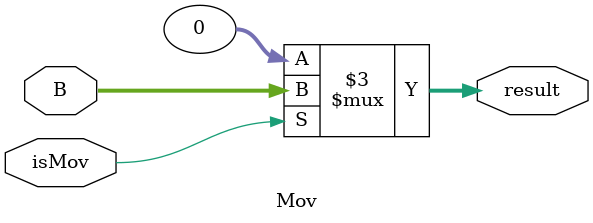
<source format=v>
module ALU (
    input [31:0] A,
    input [31:0] B,
    input [21:0] control_signals,

    output reg signed [31:0] aluResult,
    output wire [3:0] flags // Changed to wire
);

// Internal wires for results of each module
wire [31:0] adder_result, multiplier_result, divider_result, shift_result, logical_result, mov_result;

wire isSt = control_signals[0];
wire isLd = control_signals[1];
wire isAdd = control_signals[9];
wire isSub = control_signals[10];
wire isCmp = control_signals[11];
wire isMul = control_signals[12];
wire isDiv = control_signals[13];
wire isMod = control_signals[14];
wire isLsl = control_signals[15];
wire isLsr = control_signals[16];
wire isAsr = control_signals[17];
wire isOr = control_signals[18];
wire isNot = control_signals[20];
wire isAnd = control_signals[19];
wire isMov = control_signals[21];

// Instantiate the Adder module

Adder adder (
    .A(A),
    .B(B),
    .isSt(isSt),
    .isLd(isLd),
    .isAdd(isAdd),
    .isSub(isSub),
    .isCmp(isCmp),
    .result(adder_result),
    .flags(flags) // Connect to flags
);

// Instantiate the Multiplier module
Multiplier multiplier (
    .A(A),
    .B(B),
    .isMul(isMul),
    .result(multiplier_result)
);

// Instantiate the Divider module
Divider divider (
    .A(A),
    .B(B),
    .isDiv(isDiv),
    .isMod(isMod),
    .result(divider_result)
);

// Instantiate the Shift unit module
ShiftUnit shift_unit (
    .A(A),
    .B(B),
    .isLsl(isLsl),
    .isLsr(isLsr),
    .isAsr(isAsr),
    .result(shift_result)
);

// Instantiate the Logical unit module
LogicalUnit logical_unit (
    .A(A),
    .B(B),
    .isOr(isOr),
    .isNot(isNot),
    .isAnd(isAnd),
    .result(logical_result)
);

// Instantiate the Mov module
Mov mov (
    .B(B),
    .isMov(isMov),
    .result(mov_result)
);

// Select the result based on the control signals
always @(*) begin
    // Default values
    aluResult = 32'b0; // Initialize the output

    case (1'b1)
        isAdd,isLd,isSub,isSt ,isCmp: begin
            aluResult = adder_result;
        end
        isMul: begin
            aluResult = multiplier_result;
        end
        isDiv, isMod: begin
            aluResult = divider_result;
        end
        isLsl, isLsr, isAsr: begin
            aluResult = shift_result;
        end
        isOr, isNot, isAnd: begin
            aluResult = logical_result;
        end
        isMov: begin
            aluResult = mov_result;
        end
        default: begin
            aluResult = 32'b0;
        end
    endcase
end

endmodule

// Define each module separately below

module Adder (
    input [31:0] A, B,
    input isAdd, isSub, isCmp,isLd,isSt,
    output reg signed [31:0] result,
    output reg [3:0] flags
);
    // Internal register to hold flags
    reg [3:0] sticky_flags;

    always @(*) begin
        // Perform the operation based on control signals
        if (isAdd) begin
            result = A + B;
        end
        else if (isSt) begin
            result = A + B;  // Adding two's complement of B (equivalent to A - B)
        end
        else if (isLd) begin
            result = A + B;  // Adding two's complement of B (equivalent to A - B)
        end
        else if (isSub) begin
            result = A + (1 + ~B);  // Adding two's complement of B (equivalent to A - B)
        end
        else if (isCmp) begin
            result = A - B;
            // Update flags based on the comparison result
            sticky_flags[0] = (result == 0);                    // E: Set if result is zero
            sticky_flags[1] = (result >0 );  // GT: Set if result is positive
            //sticky_flags[2] = result[31];                       // Sign: Set if result is negative
        end
    end

    // Output flags only change when isCmp is active
    always @(*) begin
        if (isCmp)
            flags = sticky_flags;
    end
endmodule



module Multiplier (
    input [31:0] A, B,
    input isMul,
    output reg [31:0] result
);
    always @(*) begin
        if (isMul) result = A * B;
        else result = 32'b0; // Default output if not multiplying
    end
endmodule

module Divider (
    input [31:0] A, B,
    input isDiv, isMod,
    output reg [31:0] result
);
    always @(*) begin
        if (isDiv) result = A / B;
        else if (isMod) result = A % B;
        else result = 32'b0; // Default output if not dividing
    end
endmodule

module ShiftUnit (
    input [31:0] A, B,
    input isLsl, isLsr, isAsr,
    output reg [31:0] result
);
    always @(*) begin
        if (isLsl) result = A << B;
        else if (isLsr) result = A >> B;
        else if (isAsr) result = A >>> B;
        else result = 32'b0; // Default output if no shift operation
    end
endmodule

module LogicalUnit (
    input [31:0] A, B,
    input isOr, isNot, isAnd,
    output reg [31:0] result
);
    always @(*) begin
        if (isOr) result = A | B;
        else if (isNot) result = ~A;
        else if (isAnd) result = A & B;
        else result = 32'b0; // Default output if no logical operation
    end
endmodule

module Mov (
    input [31:0] B,
    input isMov,
    output reg [31:0] result
);
    always @(*) begin
        if (isMov) result = B;
        else result = 32'b0; // Default output if not moving
    end
endmodule

</source>
